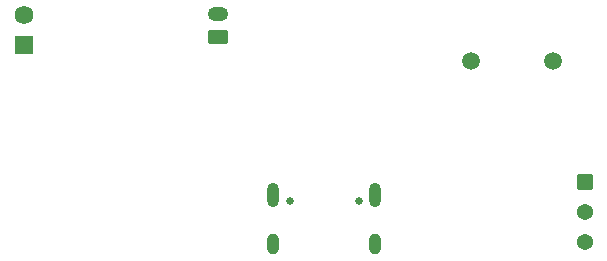
<source format=gbr>
%TF.GenerationSoftware,KiCad,Pcbnew,7.0.7*%
%TF.CreationDate,2024-02-01T23:59:20-06:00*%
%TF.ProjectId,Md-rev-1,4d642d72-6576-42d3-912e-6b696361645f,rev?*%
%TF.SameCoordinates,Original*%
%TF.FileFunction,Soldermask,Bot*%
%TF.FilePolarity,Negative*%
%FSLAX46Y46*%
G04 Gerber Fmt 4.6, Leading zero omitted, Abs format (unit mm)*
G04 Created by KiCad (PCBNEW 7.0.7) date 2024-02-01 23:59:20*
%MOMM*%
%LPD*%
G01*
G04 APERTURE LIST*
G04 Aperture macros list*
%AMRoundRect*
0 Rectangle with rounded corners*
0 $1 Rounding radius*
0 $2 $3 $4 $5 $6 $7 $8 $9 X,Y pos of 4 corners*
0 Add a 4 corners polygon primitive as box body*
4,1,4,$2,$3,$4,$5,$6,$7,$8,$9,$2,$3,0*
0 Add four circle primitives for the rounded corners*
1,1,$1+$1,$2,$3*
1,1,$1+$1,$4,$5*
1,1,$1+$1,$6,$7*
1,1,$1+$1,$8,$9*
0 Add four rect primitives between the rounded corners*
20,1,$1+$1,$2,$3,$4,$5,0*
20,1,$1+$1,$4,$5,$6,$7,0*
20,1,$1+$1,$6,$7,$8,$9,0*
20,1,$1+$1,$8,$9,$2,$3,0*%
G04 Aperture macros list end*
%ADD10RoundRect,0.102000X-0.580000X0.580000X-0.580000X-0.580000X0.580000X-0.580000X0.580000X0.580000X0*%
%ADD11C,1.500000*%
%ADD12C,1.364000*%
%ADD13RoundRect,0.102000X-0.689000X-0.689000X0.689000X-0.689000X0.689000X0.689000X-0.689000X0.689000X0*%
%ADD14O,1.750000X1.200000*%
%ADD15C,1.582000*%
%ADD16RoundRect,0.250000X0.625000X-0.350000X0.625000X0.350000X-0.625000X0.350000X-0.625000X-0.350000X0*%
%ADD17C,0.650000*%
%ADD18O,1.000000X2.100000*%
%ADD19O,1.000000X1.800000*%
G04 APERTURE END LIST*
D10*
%TO.C,*%
X178940000Y-119260000D03*
%TD*%
D11*
%TO.C,J2*%
X176280000Y-109030000D03*
X169280000Y-109030000D03*
%TD*%
D12*
%TO.C,*%
X178940000Y-124340000D03*
%TD*%
D13*
%TO.C,*%
X131450000Y-107670000D03*
%TD*%
D14*
%TO.C,*%
X147850000Y-105000000D03*
%TD*%
D15*
%TO.C,*%
X131450000Y-105130000D03*
%TD*%
D16*
%TO.C,*%
X147850000Y-107000000D03*
%TD*%
D12*
%TO.C,*%
X178940000Y-121800000D03*
%TD*%
D17*
%TO.C,J1*%
X154010000Y-120825000D03*
X159790000Y-120825000D03*
D18*
X152580000Y-120325000D03*
D19*
X152580000Y-124505000D03*
D18*
X161220000Y-120325000D03*
D19*
X161220000Y-124505000D03*
%TD*%
M02*

</source>
